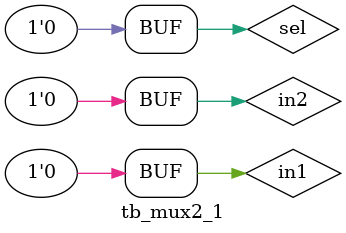
<source format=v>
`timescale 1ns/1ns
module tb_mux2_1();
  reg	in1;
  reg	in2;
  reg	sel;
  wire 	out;
  
initial	begin
	in1 = 1'b1;
	#15
	in1 = 1'b0;
	#45
	in1 = 1'b1;
	#30
	in1 = 1'b0;
end

initial	begin
	sel = 1'b1;
	#20
	sel = 1'b0;
	#40
	sel = 1'b1;
	#20
	sel = 1'b0;
end
  
initial	begin
	in2 = 1'b1;
	#30
	in2 = 1'b0;
	#30
	in2 = 1'b1;
	#10
	in2 = 1'b0;
end
  
  
mux2_1 mux2_1_inst(
	.in1(in1),
	.in2(in2),
	.sel(sel),
	.out(out)
	);
	
endmodule
</source>
